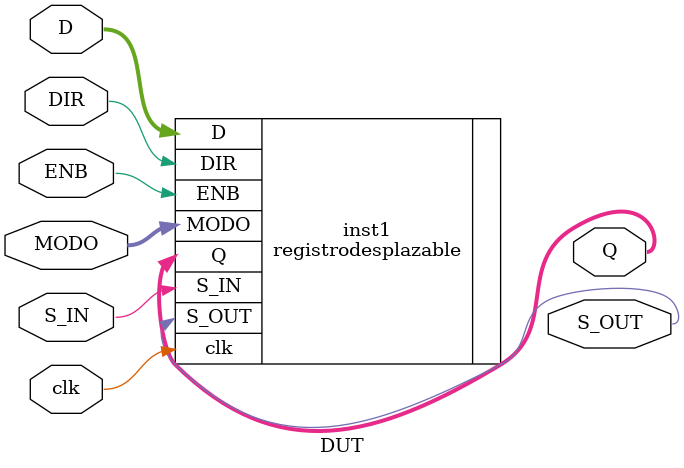
<source format=v>
`include "registrofinal.v"
module DUT(S_OUT, clk, ENB, DIR, S_IN, MODO, D, Q);
	
// Input/Output definition
input wire clk;
input wire ENB;
input wire DIR;
input wire S_IN;
input wire [1:0] MODO;
input wire [3:0] D;
output wire [3:0] Q;
output wire S_OUT;

registrodesplazable inst1(
    .S_OUT  (S_OUT),
    .clk    (clk),
    .ENB    (ENB),
    .DIR    (DIR),
    .S_IN   (S_IN),
    .MODO   (MODO),
    .D      (D),
    .Q      (Q)
);

endmodule
</source>
